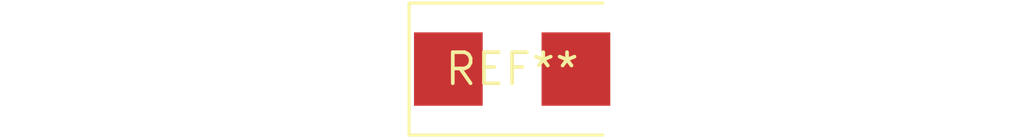
<source format=kicad_pcb>
(kicad_pcb (version 20240108) (generator pcbnew)
  (layers (0 "F.Cu" signal) (31 "B.Cu" signal) (34 "B.Paste" user) (35 "F.Paste" user) (36 "B.SilkS" user "B.Silkscreen") (37 "F.SilkS" user "F.Silkscreen") (38 "B.Mask" user) (39 "F.Mask" user) (44 "Edge.Cuts" user))
  (net 0 "")
  (footprint "Crystal_SMD_FOX_FQ7050-2Pin_7.0x5.0mm" (layer "F.Cu") (at 0 0)
    (property "Reference" "REF**")
    (property "Value" "Crystal_SMD_FOX_FQ7050-2Pin_7.0x5.0mm")
    (fp_line (start -4.2 -2.7) (end -4.2 2.7) (layer "F.SilkS") (stroke (width 0.12)))
    (fp_line (start -4.2 2.7) (end 3.7 2.7) (layer "F.SilkS") (stroke (width 0.12)))
    (fp_line (start 3.7 -2.7) (end -4.2 -2.7) (layer "F.SilkS") (stroke (width 0.12)))
    (pad "1" smd rect (at -2.6 0) (size 2.8 3) (layers "F.Cu" "F.Paste" "F.Mask"))
    (pad "2" smd rect (at 2.6 0) (size 2.8 3) (layers "F.Cu" "F.Paste" "F.Mask"))
  )
)
</source>
